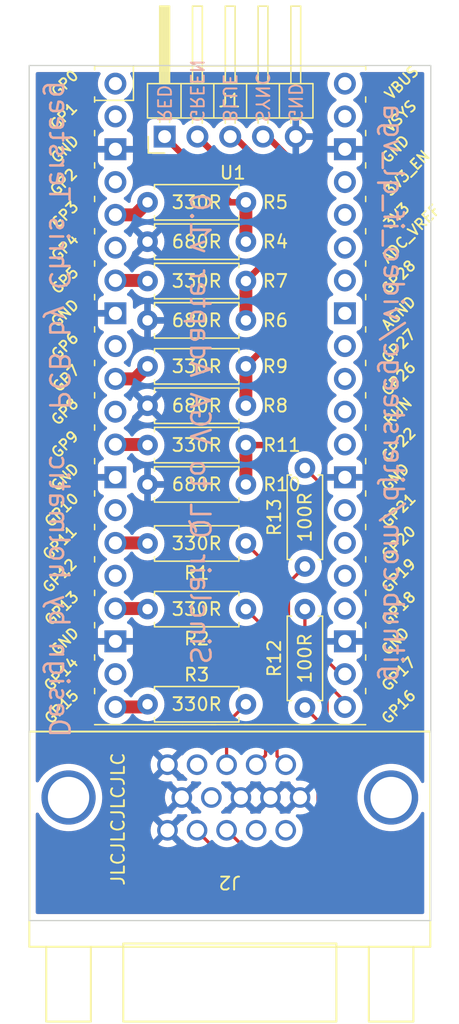
<source format=kicad_pcb>
(kicad_pcb (version 20211014) (generator pcbnew)
  (title_block (date "2023-02-12") (rev "v1.0"))
  (layers (0 "F.Cu" signal) (31 "B.Cu" signal) (34 "B.Paste" user) (35 "F.Paste" user) (36 "B.SilkS" user "B.Silkscreen") (37 "F.SilkS" user "F.Silkscreen") (38 "B.Mask" user) (39 "F.Mask" user) (44 "Edge.Cuts" user))
  (net 0 "")
  (net 1 "Net-(J1-Pad1)")
  (net 2 "Net-(J1-Pad2)")
  (net 3 "Net-(J1-Pad3)")
  (net 4 "Net-(J1-Pad4)")
  (net 5 "GND")
  (net 6 "Net-(J2-Pad1)")
  (net 7 "Net-(J2-Pad2)")
  (net 8 "Net-(J2-Pad3)")
  (net 13 "Net-(J2-Pad13)")
  (net 14 "Net-(J2-Pad14)")
  (net 15 "/RED")
  (net 16 "/BLUE")
  (net 17 "/GREEN")
  (net 18 "/QLRED")
  (net 19 "/QLGREEN")
  (net 20 "/QLBLUE")
  (net 21 "/HSYNC")
  (net 22 "/VSYNC")
  (net 29 "/QLSYNC")
  (footprint "Resistor_THT:R_Axial_DIN0207_L6.3mm_D2.5mm_P7.62mm_Horizontal" (layer "F.Cu") (at 143.51 81.788 180)
    (fp_text reference "R9" (at -2.286 0 180) (layer "F.SilkS"))
    (fp_text value "330R" (at 3.81 0 180) (layer "F.SilkS"))
    (fp_line (start 0.54 1.37) (end 7.08 1.37) (layer "F.SilkS") (width 0.12))
    (fp_line (start 7.08 1.37) (end 7.08 1.04) (layer "F.SilkS") (width 0.12))
    (fp_line (start 7.08 -1.37) (end 7.08 -1.04) (layer "F.SilkS") (width 0.12))
    (fp_line (start 0.54 1.04) (end 0.54 1.37) (layer "F.SilkS") (width 0.12))
    (fp_line (start 0.54 -1.37) (end 7.08 -1.37) (layer "F.SilkS") (width 0.12))
    (fp_line (start 0.54 -1.04) (end 0.54 -1.37) (layer "F.SilkS") (width 0.12))
    (pad "1" thru_hole circle (at 0 0 180) (size 1.6 1.6) (drill 0.8) (layers *.Cu *.Mask) (net 3 "Net-(J1-Pad3)"))
    (pad "2" thru_hole oval (at 7.62 0 180) (size 1.6 1.6) (drill 0.8) (layers *.Cu *.Mask) (net 20 "/QLBLUE"))
  )
  (footprint "Resistor_THT:R_Axial_DIN0207_L6.3mm_D2.5mm_P7.62mm_Horizontal" (layer "F.Cu") (at 148.082 108.204 90)
    (fp_text reference "R12" (at 3.81 -2.37 90) (layer "F.SilkS"))
    (fp_text value "100R" (at 3.81 0 90) (layer "F.SilkS"))
    (fp_line (start 7.08 -1.37) (end 7.08 -1.04) (layer "F.SilkS") (width 0.12))
    (fp_line (start 0.54 -1.37) (end 7.08 -1.37) (layer "F.SilkS") (width 0.12))
    (fp_line (start 0.54 1.04) (end 0.54 1.37) (layer "F.SilkS") (width 0.12))
    (fp_line (start 0.54 1.37) (end 7.08 1.37) (layer "F.SilkS") (width 0.12))
    (fp_line (start 0.54 -1.04) (end 0.54 -1.37) (layer "F.SilkS") (width 0.12))
    (fp_line (start 7.08 1.37) (end 7.08 1.04) (layer "F.SilkS") (width 0.12))
    (pad "1" thru_hole circle (at 0 0 90) (size 1.6 1.6) (drill 0.8) (layers *.Cu *.Mask) (net 13 "Net-(J2-Pad13)"))
    (pad "2" thru_hole oval (at 7.62 0 90) (size 1.6 1.6) (drill 0.8) (layers *.Cu *.Mask) (net 21 "/HSYNC"))
  )
  (footprint "Resistor_THT:R_Axial_DIN0207_L6.3mm_D2.5mm_P7.62mm_Horizontal" (layer "F.Cu") (at 143.51 78.232 180)
    (fp_text reference "R6" (at -2.286 0) (layer "F.SilkS"))
    (fp_text value "680R" (at 3.81 0) (layer "F.SilkS"))
    (fp_line (start 0.54 -1.04) (end 0.54 -1.37) (layer "F.SilkS") (width 0.12))
    (fp_line (start 0.54 1.04) (end 0.54 1.37) (layer "F.SilkS") (width 0.12))
    (fp_line (start 0.54 1.37) (end 7.08 1.37) (layer "F.SilkS") (width 0.12))
    (fp_line (start 0.54 -1.37) (end 7.08 -1.37) (layer "F.SilkS") (width 0.12))
    (fp_line (start 7.08 1.37) (end 7.08 1.04) (layer "F.SilkS") (width 0.12))
    (fp_line (start 7.08 -1.37) (end 7.08 -1.04) (layer "F.SilkS") (width 0.12))
    (pad "1" thru_hole circle (at 0 0 180) (size 1.6 1.6) (drill 0.8) (layers *.Cu *.Mask) (net 2 "Net-(J1-Pad2)"))
    (pad "2" thru_hole oval (at 7.62 0 180) (size 1.6 1.6) (drill 0.8) (layers *.Cu *.Mask) (net 5 "GND"))
  )
  (footprint "Resistor_THT:R_Axial_DIN0207_L6.3mm_D2.5mm_P7.62mm_Horizontal" (layer "F.Cu") (at 135.89 87.884)
    (fp_text reference "R11" (at 10.414 0) (layer "F.SilkS"))
    (fp_text value "330R" (at 3.81 0) (layer "F.SilkS"))
    (fp_line (start 0.54 -1.04) (end 0.54 -1.37) (layer "F.SilkS") (width 0.12))
    (fp_line (start 0.54 1.37) (end 7.08 1.37) (layer "F.SilkS") (width 0.12))
    (fp_line (start 0.54 -1.37) (end 7.08 -1.37) (layer "F.SilkS") (width 0.12))
    (fp_line (start 0.54 1.04) (end 0.54 1.37) (layer "F.SilkS") (width 0.12))
    (fp_line (start 7.08 1.37) (end 7.08 1.04) (layer "F.SilkS") (width 0.12))
    (fp_line (start 7.08 -1.37) (end 7.08 -1.04) (layer "F.SilkS") (width 0.12))
    (pad "1" thru_hole circle (at 0 0) (size 1.6 1.6) (drill 0.8) (layers *.Cu *.Mask) (net 29 "/QLSYNC"))
    (pad "2" thru_hole oval (at 7.62 0) (size 1.6 1.6) (drill 0.8) (layers *.Cu *.Mask) (net 4 "Net-(J1-Pad4)"))
  )
  (footprint "Resistor_THT:R_Axial_DIN0207_L6.3mm_D2.5mm_P7.62mm_Horizontal" (layer "F.Cu") (at 143.51 90.932 180)
    (fp_text reference "R10" (at -2.794 0) (layer "F.SilkS"))
    (fp_text value "680R" (at 3.81 0) (layer "F.SilkS"))
    (fp_line (start 0.54 -1.04) (end 0.54 -1.37) (layer "F.SilkS") (width 0.12))
    (fp_line (start 0.54 1.37) (end 7.08 1.37) (layer "F.SilkS") (width 0.12))
    (fp_line (start 7.08 1.37) (end 7.08 1.04) (layer "F.SilkS") (width 0.12))
    (fp_line (start 0.54 -1.37) (end 7.08 -1.37) (layer "F.SilkS") (width 0.12))
    (fp_line (start 7.08 -1.37) (end 7.08 -1.04) (layer "F.SilkS") (width 0.12))
    (fp_line (start 0.54 1.04) (end 0.54 1.37) (layer "F.SilkS") (width 0.12))
    (pad "1" thru_hole circle (at 0 0 180) (size 1.6 1.6) (drill 0.8) (layers *.Cu *.Mask) (net 4 "Net-(J1-Pad4)"))
    (pad "2" thru_hole oval (at 7.62 0 180) (size 1.6 1.6) (drill 0.8) (layers *.Cu *.Mask) (net 5 "GND"))
  )
  (footprint "Resistor_THT:R_Axial_DIN0207_L6.3mm_D2.5mm_P7.62mm_Horizontal" (layer "F.Cu") (at 148.082 97.282 90)
    (fp_text reference "R13" (at 3.81 -2.37 90) (layer "F.SilkS"))
    (fp_text value "100R" (at 3.81 0 90) (layer "F.SilkS"))
    (fp_line (start 0.54 1.37) (end 7.08 1.37) (layer "F.SilkS") (width 0.12))
    (fp_line (start 7.08 1.37) (end 7.08 1.04) (layer "F.SilkS") (width 0.12))
    (fp_line (start 0.54 1.04) (end 0.54 1.37) (layer "F.SilkS") (width 0.12))
    (fp_line (start 7.08 -1.37) (end 7.08 -1.04) (layer "F.SilkS") (width 0.12))
    (fp_line (start 0.54 -1.04) (end 0.54 -1.37) (layer "F.SilkS") (width 0.12))
    (fp_line (start 0.54 -1.37) (end 7.08 -1.37) (layer "F.SilkS") (width 0.12))
    (pad "1" thru_hole circle (at 0 0 90) (size 1.6 1.6) (drill 0.8) (layers *.Cu *.Mask) (net 14 "Net-(J2-Pad14)"))
    (pad "2" thru_hole oval (at 7.62 0 90) (size 1.6 1.6) (drill 0.8) (layers *.Cu *.Mask) (net 22 "/VSYNC"))
  )
  (footprint "Resistor_THT:R_Axial_DIN0207_L6.3mm_D2.5mm_P7.62mm_Horizontal" (layer "F.Cu") (at 135.89 95.504)
    (fp_text reference "R1" (at 3.81 2.286) (layer "F.SilkS"))
    (fp_text value "330R" (at 3.81 0) (layer "F.SilkS"))
    (fp_line (start 0.54 -1.04) (end 0.54 -1.37) (layer "F.SilkS") (width 0.12))
    (fp_line (start 0.54 -1.37) (end 7.08 -1.37) (layer "F.SilkS") (width 0.12))
    (fp_line (start 0.54 1.37) (end 7.08 1.37) (layer "F.SilkS") (width 0.12))
    (fp_line (start 7.08 -1.37) (end 7.08 -1.04) (layer "F.SilkS") (width 0.12))
    (fp_line (start 0.54 1.04) (end 0.54 1.37) (layer "F.SilkS") (width 0.12))
    (fp_line (start 7.08 1.37) (end 7.08 1.04) (layer "F.SilkS") (width 0.12))
    (pad "1" thru_hole circle (at 0 0) (size 1.6 1.6) (drill 0.8) (layers *.Cu *.Mask) (net 15 "/RED"))
    (pad "2" thru_hole oval (at 7.62 0) (size 1.6 1.6) (drill 0.8) (layers *.Cu *.Mask) (net 6 "Net-(J2-Pad1)"))
  )
  (footprint "Resistor_THT:R_Axial_DIN0207_L6.3mm_D2.5mm_P7.62mm_Horizontal" (layer "F.Cu") (at 135.89 107.95)
    (fp_text reference "R3" (at 3.81 -2.286) (layer "F.SilkS"))
    (fp_text value "330R" (at 3.81 0) (layer "F.SilkS"))
    (fp_line (start 7.08 1.37) (end 7.08 1.04) (layer "F.SilkS") (width 0.12))
    (fp_line (start 0.54 -1.37) (end 7.08 -1.37) (layer "F.SilkS") (width 0.12))
    (fp_line (start 0.54 1.04) (end 0.54 1.37) (layer "F.SilkS") (width 0.12))
    (fp_line (start 0.54 1.37) (end 7.08 1.37) (layer "F.SilkS") (width 0.12))
    (fp_line (start 7.08 -1.37) (end 7.08 -1.04) (layer "F.SilkS") (width 0.12))
    (fp_line (start 0.54 -1.04) (end 0.54 -1.37) (layer "F.SilkS") (width 0.12))
    (pad "1" thru_hole circle (at 0 0) (size 1.6 1.6) (drill 0.8) (layers *.Cu *.Mask) (net 16 "/BLUE"))
    (pad "2" thru_hole oval (at 7.62 0) (size 1.6 1.6) (drill 0.8) (layers *.Cu *.Mask) (net 8 "Net-(J2-Pad3)"))
  )
  (footprint "Resistor_THT:R_Axial_DIN0207_L6.3mm_D2.5mm_P7.62mm_Horizontal" (layer "F.Cu") (at 135.89 100.584)
    (fp_text reference "R2" (at 3.81 2.286) (layer "F.SilkS"))
    (fp_text value "330R" (at 3.81 0) (layer "F.SilkS"))
    (fp_line (start 0.54 1.04) (end 0.54 1.37) (layer "F.SilkS") (width 0.12))
    (fp_line (start 7.08 1.37) (end 7.08 1.04) (layer "F.SilkS") (width 0.12))
    (fp_line (start 0.54 -1.04) (end 0.54 -1.37) (layer "F.SilkS") (width 0.12))
    (fp_line (start 7.08 -1.37) (end 7.08 -1.04) (layer "F.SilkS") (width 0.12))
    (fp_line (start 0.54 1.37) (end 7.08 1.37) (layer "F.SilkS") (width 0.12))
    (fp_line (start 0.54 -1.37) (end 7.08 -1.37) (layer "F.SilkS") (width 0.12))
    (pad "1" thru_hole circle (at 0 0) (size 1.6 1.6) (drill 0.8) (layers *.Cu *.Mask) (net 17 "/GREEN"))
    (pad "2" thru_hole oval (at 7.62 0) (size 1.6 1.6) (drill 0.8) (layers *.Cu *.Mask) (net 7 "Net-(J2-Pad2)"))
  )
  (footprint "Resistor_THT:R_Axial_DIN0207_L6.3mm_D2.5mm_P7.62mm_Horizontal" (layer "F.Cu") (at 135.89 72.136)
    (fp_text reference "R4" (at 9.906 0) (layer "F.SilkS"))
    (fp_text value "680R" (at 3.81 0) (layer "F.SilkS"))
    (fp_line (start 0.54 1.37) (end 7.08 1.37) (layer "F.SilkS") (width 0.12))
    (fp_line (start 7.08 -1.37) (end 7.08 -1.04) (layer "F.SilkS") (width 0.12))
    (fp_line (start 0.54 1.04) (end 0.54 1.37) (layer "F.SilkS") (width 0.12))
    (fp_line (start 7.08 1.37) (end 7.08 1.04) (layer "F.SilkS") (width 0.12))
    (fp_line (start 0.54 -1.04) (end 0.54 -1.37) (layer "F.SilkS") (width 0.12))
    (fp_line (start 0.54 -1.37) (end 7.08 -1.37) (layer "F.SilkS") (width 0.12))
    (pad "1" thru_hole circle (at 0 0) (size 1.6 1.6) (drill 0.8) (layers *.Cu *.Mask) (net 5 "GND"))
    (pad "2" thru_hole oval (at 7.62 0) (size 1.6 1.6) (drill 0.8) (layers *.Cu *.Mask) (net 1 "Net-(J1-Pad1)"))
  )
  (footprint "HD15 L77HDE15SD1CH4FVGA:CONN_L77HDE15SD1CH4FVGA_AMP" (layer "F.Cu") (at 142.2654 126.6 180)
    (fp_text reference "J2" (at 0 4.85 180 unlocked) (layer "F.SilkS"))
    (fp_text value "DB15_Female_HighDensity")
    (fp_line (start -15.5321 16.5354) (end 15.5321 16.5354) (layer "F.SilkS") (width 0.1524))
    (fp_line (start 15.5321 16.5354) (end 15.5321 -0.127) (layer "F.SilkS") (width 0.1524))
    (fp_line (start -8.255 0.127) (end 8.255 0.127) (layer "F.SilkS") (width 0.1524))
    (fp_line (start 10.7678 -5.9182) (end 14.2222 -5.9182) (layer "F.SilkS") (width 0.1524))
    (fp_line (start 10.7678 -0.127) (end 10.7678 -5.9182) (layer "F.SilkS") (width 0.1524))
    (fp_line (start -8.255 -5.9182) (end -8.255 0.127) (layer "F.SilkS") (width 0.1524))
    (fp_line (start -14.2222 -0.127) (end -14.2222 -5.9182) (layer "F.SilkS") (width 0.1524))
    (fp_line (start 15.5321 -0.127) (end -15.5321 -0.127) (layer "F.SilkS") (width 0.1524))
    (fp_line (start -10.7678 -5.9182) (end -10.7678 -0.127) (layer "F.SilkS") (width 0.1524))
    (fp_line (start 14.2222 -5.9182) (end 14.2222 -0.127) (layer "F.SilkS") (width 0.1524))
    (fp_line (start 8.255 0.127) (end 8.255 -5.9182) (layer "F.SilkS") (width 0.1524))
    (fp_line (start -14.2222 -5.9182) (end -10.7678 -5.9182) (layer "F.SilkS") (width 0.1524))
    (fp_line (start -15.5321 -0.127) (end -15.5321 16.5354) (layer "F.SilkS") (width 0.1524))
    (fp_line (start 8.255 -5.9182) (end -8.255 -5.9182) (layer "F.SilkS") (width 0.1524))
    (pad "0" thru_hole circle (at 12.495 11.43 180) (size 4.2004 4.2004) (drill 3.2004) (layers *.Cu *.Mask))
    (pad "0" thru_hole circle (at -12.495 11.43 180) (size 4.2004 4.2004) (drill 3.2004) (layers *.Cu *.Mask))
    (pad "1" thru_hole circle (at -4.329999 13.97 180) (size 1.6002 1.6002) (drill 1.0922) (layers *.Cu *.Mask) (net 6 "Net-(J2-Pad1)"))
    (pad "2" thru_hole circle (at -2.040001 13.97 180) (size 1.6002 1.6002) (drill 1.0922) (layers *.Cu *.Mask) (net 7 "Net-(J2-Pad2)"))
    (pad "3" thru_hole circle (at 0.25 13.97 180) (size 1.6002 1.6002) (drill 1.0922) (layers *.Cu *.Mask) (net 8 "Net-(J2-Pad3)"))
    (pad "4" thru_hole circle (at 2.54 13.97 180) (size 1.6002 1.6002) (drill 1.0922) (layers *.Cu *.Mask))
    (pad "5" thru_hole circle (at 4.83 13.97 180) (size 1.6002 1.6002) (drill 1.0922) (layers *.Cu *.Mask) (net 5 "GND"))
    (pad "6" thru_hole circle (at -5.439499 11.43 180) (size 1.6002 1.6002) (drill 1.0922) (layers *.Cu *.Mask) (net 5 "GND"))
    (pad "7" thru_hole circle (at -3.149501 11.43 180) (size 1.6002 1.6002) (drill 1.0922) (layers *.Cu *.Mask) (net 5 "GND"))
    (pad "8" thru_hole circle (at -0.8595 11.43 180) (size 1.6002 1.6002) (drill 1.0922) (layers *.Cu *.Mask) (net 5 "GND"))
    (pad "9" thru_hole circle (at 1.4305 11.43 180) (size 1.6002 1.6002) (drill 1.0922) (layers *.Cu *.Mask))
    (pad "10" thru_hole circle (at 3.720501 11.43 180) (size 1.6002 1.6002) (drill 1.0922) (layers *.Cu *.Mask) (net 5 "GND"))
    (pad "11" thru_hole circle (at -4.329999 8.89 180) (size 1.6002 1.6002) (drill 1.0922) (layers *.Cu *.Mask))
    (pad "12" thru_hole circle (at -2.040001 8.89 180) (size 1.6002 1.6002) (drill 1.0922) (layers *.Cu *.Mask))
    (pad "13" thru_hole circle (at 0.25 8.89 180) (size 1.6002 1.6002) (drill 1.0922) (layers *.Cu *.Mask) (net 13 "Net-(J2-Pad13)"))
    (pad "14" thru_hole circle (at 2.54 8.89 180) (size 1.6002 1.6002) (drill 1.0922) (layers *.Cu *.Mask) (net 14 "Net-(J2-Pad14)"))
    (pad "15" thru_hole circle (at 4.83 8.89 180) (size 1.6002 1.6002) (drill 1.0922) (layers *.Cu *.Mask) (net 5 "GND"))
  )
  (footprint "Connector_PinHeader_2.54mm:PinHeader_1x05_P2.54mm_Horizontal" (layer "F.Cu") (at 137.215 64 90)
    (fp_text reference "J1" (at 2.786 5.025 180) (layer "F.SilkS"))
    (fp_text value "Conn_01x05")
    (fp_line (start 4.1 4.7) (end 10.1 4.7) (layer "F.SilkS") (width 0.12))
    (fp_line (start 10.1 7.24) (end 10.1 8) (layer "F.SilkS") (width 0.12))
    (fp_line (start 4.1 0.04) (end 10.1 0.04) (layer "F.SilkS") (width 0.12))
    (fp_line (start 1.44 3.81) (end 4.1 3.81) (layer "F.SilkS") (width 0.12))
    (fp_line (start 10.1 9.78) (end 10.1 10.54) (layer "F.SilkS") (width 0.12))
    (fp_line (start 4.1 -0.2) (end 10.1 -0.2) (layer "F.SilkS") (width 0.12))
    (fp_line (start 10.1 -0.38) (end 10.1 0.38) (layer "F.SilkS") (width 0.12))
    (fp_line (start 1.042929 4.7) (end 1.44 4.7) (layer "F.SilkS") (width 0.12))
    (fp_line (start 10.1 8) (end 4.1 8) (layer "F.SilkS") (width 0.12))
    (fp_line (start 10.1 2.92) (end 4.1 2.92) (layer "F.SilkS") (width 0.12))
    (fp_line (start 1.042929 5.46) (end 1.44 5.46) (layer "F.SilkS") (width 0.12))
    (fp_line (start 1.042929 10.54) (end 1.44 10.54) (layer "F.SilkS") (width 0.12))
    (fp_line (start 1.11 0.38) (end 1.44 0.38) (layer "F.SilkS") (width 0.12))
    (fp_line (start 1.44 6.35) (end 4.1 6.35) (layer "F.SilkS") (width 0.12))
    (fp_line (start -1.27 0) (end -1.27 -1.27) (layer "F.SilkS") (width 0.12))
    (fp_line (start 4.1 -0.08) (end 10.1 -0.08) (layer "F.SilkS") (width 0.12))
    (fp_line (start 4.1 -0.32) (end 10.1 -0.32) (layer "F.SilkS") (width 0.12))
    (fp_line (start 1.44 1.27) (end 4.1 1.27) (layer "F.SilkS") (width 0.12))
    (fp_line (start 1.042929 2.92) (end 1.44 2.92) (layer "F.SilkS") (width 0.12))
    (fp_line (start 1.44 -1.33) (end 1.44 11.49) (layer "F.SilkS") (width 0.12))
    (fp_line (start 4.1 2.16) (end 10.1 2.16) (layer "F.SilkS") (width 0.12))
    (fp_line (start 1.042929 7.24) (end 1.44 7.24) (layer "F.SilkS") (width 0.12))
    (fp_line (start 4.1 -0.38) (end 10.1 -0.38) (layer "F.SilkS") (width 0.12))
    (fp_line (start 10.1 2.16) (end 10.1 2.92) (layer "F.SilkS") (width 0.12))
    (fp_line (start 4.1 0.28) (end 10.1 0.28) (layer "F.SilkS") (width 0.12))
    (fp_line (start 1.042929 9.78) (end 1.44 9.78) (layer "F.SilkS") (width 0.12))
    (fp_line (start 4.1 0.16) (end 10.1 0.16) (layer "F.SilkS") (width 0.12))
    (fp_line (start 10.1 10.54) (end 4.1 10.54) (layer "F.SilkS") (width 0.12))
    (fp_line (start -1.27 -1.27) (end 0 -1.27) (layer "F.SilkS") (width 0.12))
    (fp_line (start 4.1 11.49) (end 4.1 -1.33) (layer "F.SilkS") (width 0.12))
    (fp_line (start 1.042929 8) (end 1.44 8) (layer "F.SilkS") (width 0.12))
    (fp_line (start 1.44 11.49) (end 4.1 11.49) (layer "F.SilkS") (width 0.12))
    (fp_line (start 10.1 5.46) (end 4.1 5.46) (layer "F.SilkS") (width 0.12))
    (fp_line (start 1.44 8.89) (end 4.1 8.89) (layer "F.SilkS") (width 0.12))
    (fp_line (start 4.1 9.78) (end 10.1 9.78) (layer "F.SilkS") (width 0.12))
    (fp_line (start 1.11 -0.38) (end 1.44 -0.38) (layer "F.SilkS") (width 0.12))
    (fp_line (start 4.1 7.24) (end 10.1 7.24) (layer "F.SilkS") (width 0.12))
    (fp_line (start 1.042929 2.16) (end 1.44 2.16) (layer "F.SilkS") (width 0.12))
    (fp_line (start 10.1 0.38) (end 4.1 0.38) (layer "F.SilkS") (width 0.12))
    (fp_line (start 10.1 4.7) (end 10.1 5.46) (layer "F.SilkS") (width 0.12))
    (fp_line (start 4.1 -1.33) (end 1.44 -1.33) (layer "F.SilkS") (width 0.12))
    (pad "1" thru_hole rect (at 0 0 90) (size 1.7 1.7) (drill 1) (layers *.Cu *.Mask) (net 1 "Net-(J1-Pad1)"))
    (pad "2" thru_hole oval (at 0 2.54 90) (size 1.7 1.7) (drill 1) (layers *.Cu *.Mask) (net 2 "Net-(J1-Pad2)"))
    (pad "3" thru_hole oval (at 0 5.08 90) (size 1.7 1.7) (drill 1) (layers *.Cu *.Mask) (net 3 "Net-(J1-Pad3)"))
    (pad "4" thru_hole oval (at 0 7.62 90) (size 1.7 1.7) (drill 1) (layers *.Cu *.Mask) (net 4 "Net-(J1-Pad4)"))
    (pad "5" thru_hole oval (at 0 10.16 90) (size 1.7 1.7) (drill 1) (layers *.Cu *.Mask) (net 5 "GND"))
  )
  (footprint "Resistor_THT:R_Axial_DIN0207_L6.3mm_D2.5mm_P7.62mm_Horizontal" (layer "F.Cu") (at 143.51 69.088 180)
    (fp_text reference "R5" (at -2.286 0 180) (layer "F.SilkS"))
    (fp_text value "330R" (at 3.81 0 180) (layer "F.SilkS"))
    (fp_line (start 0.54 -1.37) (end 7.08 -1.37) (layer "F.SilkS") (width 0.12))
    (fp_line (start 0.54 -1.04) (end 0.54 -1.37) (layer "F.SilkS") (width 0.12))
    (fp_line (start 7.08 -1.37) (end 7.08 -1.04) (layer "F.SilkS") (width 0.12))
    (fp_line (start 0.54 1.04) (end 0.54 1.37) (layer "F.SilkS") (width 0.12))
    (fp_line (start 7.08 1.37) (end 7.08 1.04) (layer "F.SilkS") (width 0.12))
    (fp_line (start 0.54 1.37) (end 7.08 1.37) (layer "F.SilkS") (width 0.12))
    (pad "1" thru_hole circle (at 0 0 180) (size 1.6 1.6) (drill 0.8) (layers *.Cu *.Mask) (net 1 "Net-(J1-Pad1)"))
    (pad "2" thru_hole oval (at 7.62 0 180) (size 1.6 1.6) (drill 0.8) (layers *.Cu *.Mask) (net 18 "/QLRED"))
  )
  (footprint "MCU_RaspberryPi_and_Boards:RPi_Pico_SMD_TH" (layer "F.Cu") (at 142.29 84.03)
    (fp_text reference "U1" (at 0.204 -17.228) (layer "F.SilkS"))
    (fp_text value "SC0915")
    (fp_text user "GND" (at 12.8 19.05 45) (layer "F.SilkS") (effects (font (size 0.8 0.8))))
    (fp_text user "GP18" (at 13.054 16.51 45) (layer "F.SilkS") (effects (font (size 0.8 0.8))))
    (fp_text user "GND" (at 12.8 -19.05 45) (layer "F.SilkS") (effects (font (size 0.8 0.8))))
    (fp_text user "GP9" (at -12.8 3.81 45) (layer "F.SilkS") (effects (font (size 0.8 0.8))))
    (fp_text user "GP0" (at -12.8 -24.13 45) (layer "F.SilkS") (effects (font (size 0.8 0.8))))
    (fp_text user "GND" (at 12.8 6.35 45) (layer "F.SilkS") (effects (font (size 0.8 0.8))))
    (fp_text user "GP16" (at 13.054 24.13 45) (layer "F.SilkS") (effects (font (size 0.8 0.8))))
    (fp_text user "3V3" (at 12.9 -13.9 45) (layer "F.SilkS") (effects (font (size 0.8 0.8))))
    (fp_text user "GP26" (at 13.054 -1.27 45) (layer "F.SilkS") (effects (font (size 0.8 0.8))))
    (fp_text user "GP6" (at -12.8 -3.81 45) (layer "F.SilkS") (effects (font (size 0.8 0.8))))
    (fp_text user "GND" (at -12.8 -6.35 45) (layer "F.SilkS") (effects (font (size 0.8 0.8))))
    (fp_text user "GP1" (at -12.9 -21.6 45) (layer "F.SilkS") (effects (font (size 0.8 0.8))))
    (fp_text user "GP17" (at 13.054 21.59 45) (layer "F.SilkS") (effects (font (size 0.8 0.8))))
    (fp_text user "VBUS" (at 13.3 -24.2 45) (layer "F.SilkS") (effects (font (size 0.8 0.8))))
    (fp_text user "GP12" (at -13.2 13.97 45) (layer "F.SilkS") (effects (font (size 0.8 0.8))))
    (fp_text user "GP19" (at 13.054 13.97 45) (layer "F.SilkS") (effects (font (size 0.8 0.8))))
    (fp_text user "GP4" (at -12.8 -11.43 45) (layer "F.SilkS") (effects (font (size 0.8 0.8))))
    (fp_text user "GP21" (at 13.054 8.9 45) (layer "F.SilkS") (effects (font (size 0.8 0.8))))
    (fp_text user "RUN" (at 13 1.27 45) (layer "F.SilkS") (effects (font (size 0.8 0.8))))
    (fp_text user "3V3_EN" (at 13.7 -17.2 45) (layer "F.SilkS") (effects (font (size 0.8 0.8))))
    (fp_text user "GP15" (at -13.054 24.13 45) (layer "F.SilkS") (effects (font (size 0.8 0.8))))
    (fp_text user "GP2" (at -12.9 -16.51 45) (layer "F.SilkS") (effects (font (size 0.8 0.8))))
    (fp_text user "GP10" (at -13.054 8.89 45) (layer "F.SilkS") (effects (font (size 0.8 0.8))))
    (fp_text user "GP27" (at 13.054 -3.8 45) (layer "F.SilkS") (effects (font (size 0.8 0.8))))
    (fp_text user "GP13" (at -13.054 16.51 45) (layer "F.SilkS") (effects (font (size 0.8 0.8))))
    (fp_text user "GP3" (at -12.8 -13.97 45) (layer "F.SilkS") (effects (font (size 0.8 0.8))))
    (fp_text user "GND" (at -12.8 19.05 45) (layer "F.SilkS") (effects (font (size 0.8 0.8))))
    (fp_text user "GP22" (at 13.054 3.81 45) (layer "F.SilkS") (effects (font (size 0.8 0.8))))
    (fp_text user "GND" (at -12.8 -19.05 45) (layer "F.SilkS") (effects (font (size 0.8 0.8))))
    (fp_text user "GP28" (at 13.054 -9.144 45) (layer "F.SilkS") (effects (font (size 0.8 0.8))))
    (fp_text user "GP7" (at -12.7 -1.3 45) (layer "F.SilkS") (effects (font (size 0.8 0.8))))
    (fp_text user "VSYS" (at 13.2 -21.59 45) (layer "F.SilkS") (effects (font (size 0.8 0.8))))
    (fp_text user "GND" (at -12.8 6.35 45) (layer "F.SilkS") (effects (font (size 0.8 0.8))))
    (fp_text user "GP8" (at -12.8 1.27 45) (layer "F.SilkS") (effects (font (size 0.8 0.8))))
    (fp_text user "GP11" (at -13.2 11.43 45) (layer "F.SilkS") (effects (font (size 0.8 0.8))))
    (fp_text user "GP5" (at -12.8 -8.89 45) (layer "F.SilkS") (effects (font (size 0.8 0.8))))
    (fp_text user "AGND" (at 13.054 -6.35 45) (layer "F.SilkS") (effects (font (size 0.8 0.8))))
    (fp_text user "GP20" (at 13.054 11.43 45) (layer "F.SilkS") (effects (font (size 0.8 0.8))))
    (fp_text user "GP14" (at -13.1 21.59 45) (layer "F.SilkS") (effects (font (size 0.8 0.8))))
    (fp_text user "ADC_VREF" (at 14 -12.5 45) (layer "F.SilkS") (effects (font (size 0.8 0.8))))
    (fp_line (start 10.5 7.4) (end 10.5 7.8) (layer "F.SilkS") (width 0.12))
    (fp_line (start -10.5 -2.7) (end -10.5 -2.3) (layer "F.SilkS") (width 0.12))
    (fp_line (start 10.5 -25.5) (end 10.5 -25.2) (layer "F.SilkS") (width 0.12))
    (fp_line (start 10.5 -2.7) (end 10.5 -2.3) (layer "F.SilkS") (width 0.12))
    (fp_line (start 10.5 -7.8) (end 10.5 -7.4) (layer "F.SilkS") (width 0.12))
    (fp_line (start -10.5 -25.5) (end -10.5 -25.2) (layer "F.SilkS") (width 0.12))
    (fp_line (start 10.5 -12.9) (end 10.5 -12.5) (layer "F.SilkS") (width 0.12))
    (fp_line (start -10.5 -22.833) (end -7.493 -22.833) (layer "F.SilkS") (width 0.12))
    (fp_line (start -10.5 -5.3) (end -10.5 -4.9) (layer "F.SilkS") (width 0.12))
    (fp_line (start 10.5 15.1) (end 10.5 15.5) (layer "F.SilkS") (width 0.12))
    (fp_line (start 10.5 -20.5) (end 10.5 -20.1) (layer "F.SilkS") (width 0.12))
    (fp_line (start -10.5 -0.2) (end -10.5 0.2) (layer "F.SilkS") (width 0.12))
    (fp_line (start 1.1 25.5) (end 1.5 25.5) (layer "F.SilkS") (width 0.12))
    (fp_line (start -10.5 -23.1) (end -10.5 -22.7) (layer "F.SilkS") (width 0.12))
    (fp_line (start -10.5 2.3) (end -10.5 2.7) (layer "F.SilkS") (width 0.12))
    (fp_line (start -10.5 -12.9) (end -10.5 -12.5) (layer "F.SilkS") (width 0.12))
    (fp_line (start 10.5 22.7) (end 10.5 23.1) (layer "F.SilkS") (width 0.12))
    (fp_line (start 10.5 -23.1) (end 10.5 -22.7) (layer "F.SilkS") (width 0.12))
    (fp_line (start -10.5 7.4) (end -10.5 7.8) (layer "F.SilkS") (width 0.12))
    (fp_line (start -1.5 25.5) (end -1.1 25.5) (layer "F.SilkS") (width 0.12))
    (fp_line (start 10.5 -15.4) (end 10.5 -15) (layer "F.SilkS") (width 0.12))
    (fp_line (start -10.5 -25.5) (end 10.5 -25.5) (layer "F.SilkS") (width 0.12))
    (fp_line (start -10.5 15.1) (end -10.5 15.5) (layer "F.SilkS") (width 0.12))
    (fp_line (start -10.5 17.6) (end -10.5 18) (layer "F.SilkS") (width 0.12))
    (fp_line (start 10.5 12.5) (end 10.5 12.9) (layer "F.SilkS") (width 0.12))
    (fp_line (start -10.5 -15.4) (end -10.5 -15) (layer "F.SilkS") (width 0.12))
    (fp_line (start 10.5 -10.4) (end 10.5 -10) (layer "F.SilkS") (width 0.12))
    (fp_line (start 10.5 4.9) (end 10.5 5.3) (layer "F.SilkS") (width 0.12))
    (fp_line (start -3.7 25.5) (end -10.5 25.5) (layer "F.SilkS") (width 0.12))
    (fp_line (start 10.5 -0.2) (end 10.5 0.2) (layer "F.SilkS") (width 0.12))
    (fp_line (start -3.7 25.5) (end 3.7 25.5) (layer "F.SilkS") (width 0.12))
    (fp_line (start -10.5 -7.8) (end -10.5 -7.4) (layer "F.SilkS") (width 0.12))
    (fp_line (start -10.5 -10.4) (end -10.5 -10) (layer "F.SilkS") (width 0.12))
    (fp_line (start 10.5 25.5) (end 3.7 25.5) (layer "F.SilkS") (width 0.12))
    (fp_line (start 10.5 -18) (end 10.5 -17.6) (layer "F.SilkS") (width 0.12))
    (fp_line (start 10.5 -5.3) (end 10.5 -4.9) (layer "F.SilkS") (width 0.12))
    (fp_line (start -10.5 22.7) (end -10.5 23.1) (layer "F.SilkS") (width 0.12))
    (fp_line (start -10.5 -18) (end -10.5 -17.6) (layer "F.SilkS") (width 0.12))
    (fp_line (start 10.5 20.1) (end 10.5 20.5) (layer "F.SilkS") (width 0.12))
    (fp_line (start -10.5 4.9) (end -10.5 5.3) (layer "F.SilkS") (width 0.12))
    (fp_line (start 10.5 17.6) (end 10.5 18) (layer "F.SilkS") (width 0.12))
    (fp_line (start -10.5 -20.5) (end -10.5 -20.1) (layer "F.SilkS") (width 0.12))
    (fp_line (start -7.493 -22.833) (end -7.493 -25.5) (layer "F.SilkS") (width 0.12))
    (fp_line (start -10.5 10) (end -10.5 10.4) (layer "F.SilkS") (width 0.12))
    (fp_line (start -10.5 12.5) (end -10.5 12.9) (layer "F.SilkS") (width 0.12))
    (fp_line (start 10.5 10) (end 10.5 10.4) (layer "F.SilkS") (width 0.12))
    (fp_line (start -10.5 20.1) (end -10.5 20.5) (layer "F.SilkS") (width 0.12))
    (fp_line (start 10.5 2.3) (end 10.5 2.7) (layer "F.SilkS") (width 0.12))
    (pad "1" thru_hole oval (at -8.89 -24.13) (size 1.7 1.7) (drill 1.02) (layers *.Cu *.Mask))
    (pad "2" thru_hole oval (at -8.89 -21.59) (size 1.7 1.7) (drill 1.02) (layers *.Cu *.Mask))
    (pad "3" thru_hole rect (at -8.89 -19.05) (size 1.7 1.7) (drill 1.02) (layers *.Cu *.Mask) (net 5 "GND"))
    (pad "4" thru_hole oval (at -8.89 -16.51) (size 1.7 1.7) (drill 1.02) (layers *.Cu *.Mask))
    (pad "5" thru_hole oval (at -8.89 -13.97) (size 1.7 1.7) (drill 1.02) (layers *.Cu *.Mask) (net 18 "/QLRED"))
    (pad "6" thru_hole oval (at -8.89 -11.43) (size 1.7 1.7) (drill 1.02) (layers *.Cu *.Mask))
    (pad "7" thru_hole oval (at -8.89 -8.89) (size 1.7 1.7) (drill 1.02) (layers *.Cu *.Mask) (net 19 "/QLGREEN"))
    (pad "8" thru_hole rect (at -8.89 -6.35) (size 1.7 1.7) (drill 1.02) (layers *.Cu *.Mask) (net 5 "GND"))
    (pad "9" thru_hole oval (at -8.89 -3.81) (size 1.7 1.7) (drill 1.02) (layers *.Cu *.Mask))
    (pad "10" thru_hole oval (at -8.89 -1.27) (size 1.7 1.7) (drill 1.02) (layers *.Cu *.Mask) (net 20 "/QLBLUE"))
    (pad "11" thru_hole oval (at -8.89 1.27) (size 1.7 1.7) (drill 1.02) (layers *.Cu *.Mask))
    (pad "12" thru_hole oval (at -8.89 3.81) (size 1.7 1.7) (drill 1.02) (layers *.Cu *.Mask) (net 29 "/QLSYNC"))
    (pad "13" thru_hole rect (at -8.89 6.35) (size 1.7 1.7) (drill 1.02) (layers *.Cu *.Mask) (net 5 "GND"))
    (pad "14" thru_hole oval (at -8.89 8.89) (size 1.7 1.7) (drill 1.02) (layers *.Cu *.Mask))
    (pad "15" thru_hole oval (at -8.89 11.43) (size 1.7 1.7) (drill 1.02) (layers *.Cu *.Mask) (net 15 "/RED"))
    (pad "16" thru_hole oval (at -8.89 13.97) (size 1.7 1.7) (drill 1.02) (layers *.Cu *.Mask))
    (pad "17" thru_hole oval (at -8.89 16.51) (size 1.7 1.7) (drill 1.02) (layers *.Cu *.Mask) (net 17 "/GREEN"))
    (pad "18" thru_hole rect (at -8.89 19.05) (size 1.7 1.7) (drill 1.02) (layers *.Cu *.Mask) (net 5 "GND"))
    (pad "19" thru_hole oval (at -8.89 21.59) (size 1.7 1.7) (drill 1.02) (layers *.Cu *.Mask))
    (pad "20" thru_hole oval (at -8.89 24.13) (size 1.7 1.7) (drill 1.02) (layers *.Cu *.Mask) (net 16 "/BLUE"))
    (pad "21" thru_hole oval (at 8.89 24.13) (size 1.7 1.7) (drill 1.02) (layers *.Cu *.Mask) (net 21 "/HSYNC"))
    (pad "22" thru_hole oval (at 8.89 21.59) (size 1.7 1.7) (drill 1.02) (layers *.Cu *.Mask) (net 22 "/VSYNC"))
    (pad "23" thru_hole rect (at 8.89 19.05) (size 1.7 1.7) (drill 1.02) (layers *.Cu *.Mask) (net 5 "GND"))
    (pad "24" thru_hole oval (at 8.89 16.51) (size 1.7 1.7) (drill 1.02) (layers *.Cu *.Mask))
    (pad "25" thru_hole oval (at 8.89 13.97) (size 1.7 1.7) (drill 1.02) (layers *.Cu *.Mask))
    (pad "26" thru_hole oval (at 8.89 11.43) (size 1.7 1.7) (drill 1.02) (layers *.Cu *.Mask))
    (pad "27" thru_hole oval (at 8.89 8.89) (size 1.7 1.7) (drill 1.02) (layers *.Cu *.Mask))
    (pad "28" thru_hole rect (at 8.89 6.35) (size 1.7 1.7) (drill 1.02) (layers *.Cu *.Mask) (net 5 "GND"))
    (pad "29" thru_hole oval (at 8.89 3.81) (size 1.7 1.7) (drill 1.02) (layers *.Cu *.Mask))
    (pad "30" thru_hole oval (at 8.89 1.27) (size 1.7 1.7) (drill 1.02) (layers *.Cu *.Mask))
    (pad "31" thru_hole oval (at 8.89 -1.27) (size 1.7 1.7) (drill 1.02) (layers *.Cu *.Mask))
    (pad "32" thru_hole oval (at 8.89 -3.81) (size 1.7 1.7) (drill 1.02) (layers *.Cu *.Mask))
    (pad "33" thru_hole rect (at 8.89 -6.35) (size 1.7 1.7) (drill 1.02) (layers *.Cu *.Mask))
    (pad "34" thru_hole oval (at 8.89 -8.89) (size 1.7 1.7) (drill 1.02) (layers *.Cu *.Mask))
    (pad "35" thru_hole oval (at 8.89 -11.43) (size 1.7 1.7) (drill 1.02) (layers *.Cu *.Mask))
    (pad "36" thru_hole oval (at 8.89 -13.97) (size 1.7 1.7) (drill 1.02) (layers *.Cu *.Mask))
    (pad "37" thru_hole oval (at 8.89 -16.51) (size 1.7 1.7) (drill 1.02) (layers *.Cu *.Mask))
    (pad "38" thru_hole rect (at 8.89 -19.05) (size 1.7 1.7) (drill 1.02) (layers *.Cu *.Mask) (net 5 "GND"))
    (pad "39" thru_hole oval (at 8.89 -21.59) (size 1.7 1.7) (drill 1.02) (layers *.Cu *.Mask))
    (pad "40" thru_hole oval (at 8.89 -24.13) (size 1.7 1.7) (drill 1.02) (layers *.Cu *.Mask))
  )
  (footprint "Resistor_THT:R_Axial_DIN0207_L6.3mm_D2.5mm_P7.62mm_Horizontal" (layer "F.Cu") (at 135.89 75.184)
    (fp_text reference "R7" (at 9.906 0) (layer "F.SilkS"))
    (fp_text value "330R" (at 3.81 0) (layer "F.SilkS"))
    (fp_line (start 0.54 1.04) (end 0.54 1.37) (layer "F.SilkS") (width 0.12))
    (fp_line (start 0.54 -1.04) (end 0.54 -1.37) (layer "F.SilkS") (width 0.12))
    (fp_line (start 0.54 1.37) (end 7.08 1.37) (layer "F.SilkS") (width 0.12))
    (fp_line (start 0.54 -1.37) (end 7.08 -1.37) (layer "F.SilkS") (width 0.12))
    (fp_line (start 7.08 1.37) (end 7.08 1.04) (layer "F.SilkS") (width 0.12))
    (fp_line (start 7.08 -1.37) (end 7.08 -1.04) (layer "F.SilkS") (width 0.12))
    (pad "1" thru_hole circle (at 0 0) (size 1.6 1.6) (drill 0.8) (layers *.Cu *.Mask) (net 19 "/QLGREEN"))
    (pad "2" thru_hole oval (at 7.62 0) (size 1.6 1.6) (drill 0.8) (layers *.Cu *.Mask) (net 2 "Net-(J1-Pad2)"))
  )
  (footprint "Resistor_THT:R_Axial_DIN0207_L6.3mm_D2.5mm_P7.62mm_Horizontal" (layer "F.Cu") (at 135.89 84.836)
    (fp_text reference "R8" (at 9.906 0) (layer "F.SilkS"))
    (fp_text value "680R" (at 3.81 0) (layer "F.SilkS"))
    (fp_line (start 0.54 -1.37) (end 7.08 -1.37) (layer "F.SilkS") (width 0.12))
    (fp_line (start 0.54 1.37) (end 7.08 1.37) (layer "F.SilkS") (width 0.12))
    (fp_line (start 7.08 -1.37) (end 7.08 -1.04) (layer "F.SilkS") (width 0.12))
    (fp_line (start 0.54 -1.04) (end 0.54 -1.37) (layer "F.SilkS") (width 0.12))
    (fp_line (start 0.54 1.04) (end 0.54 1.37) (layer "F.SilkS") (width 0.12))
    (fp_line (start 7.08 1.37) (end 7.08 1.04) (layer "F.SilkS") (width 0.12))
    (pad "1" thru_hole circle (at 0 0) (size 1.6 1.6) (drill 0.8) (layers *.Cu *.Mask) (net 5 "GND"))
    (pad "2" thru_hole oval (at 7.62 0) (size 1.6 1.6) (drill 0.8) (layers *.Cu *.Mask) (net 3 "Net-(J1-Pad3)"))
  )
  (gr_rect (start 126.7206 124.7) (end 157.8356 58.4962) (layer "Edge.Cuts") (width 0.1) (fill none))
  (gr_text "RED" (at 137.16 62.992 270) (layer "B.SilkS") (effects (font (size 1 1)) (justify left mirror)))
  (gr_text "GND" (at 147.32 62.992 270) (layer "B.SilkS") (effects (font (size 1 1)) (justify left mirror)))
  (gr_text "BLUE" (at 142.24 62.992 270) (layer "B.SilkS") (effects (font (size 1 1)) (justify left mirror)))
  (gr_text "SYNC" (at 144.78 62.992 270) (layer "B.SilkS") (effects (font (size 1 1)) (justify left mirror)))
  (gr_text "Design by holmatic   PCB by Chris Tersteeg" (at 129.032 85.09 270) (layer "B.SilkS") (effects (font (size 1.5 1.5) (thickness 0.2)) (justify mirror)))
  (gr_text "github.com/djtersteegc/video_if_ql_vga" (at 154.94 83.82 270) (layer "B.SilkS") (effects (font (size 1.5 1.5) (thickness 0.2)) (justify mirror)))
  (gr_text "GREEN" (at 139.7 62.992 270) (layer "B.SilkS") (effects (font (size 1 1)) (justify left mirror)))
  (gr_text "Sinclair QL to VGA Adapter v1.0" (at 139.954 86.614 270) (layer "B.SilkS") (effects (font (size 1.5 1.5) (thickness 0.2)) (justify mirror)))
  (gr_text "JLCJLCJLCJLC" (at 133.604 116.84 90) (layer "F.SilkS") (effects (font (size 1 1))))
  (segment (start 143.51 72.136) (end 143.51 69.088) (width 1) (layer "F.Cu") (net 1))
  (segment (start 137.215 64) (end 142.303 69.088) (width 0.5) (layer "F.Cu") (net 1))
  (segment (start 142.303 69.088) (end 143.51 69.088) (width 0.5) (layer "F.Cu") (net 1))
  (segment (start 143.51 78.232) (end 143.51 75.184) (width 1) (layer "F.Cu") (net 2))
  (segment (start 139.755 64) (end 142.684 66.929) (width 0.5) (layer "F.Cu") (net 2))
  (segment (start 142.684 66.929) (end 143.891 66.929) (width 0.5) (layer "F.Cu") (net 2))
  (segment (start 145.796 68.834) (end 145.796 72.898) (width 0.5) (layer "F.Cu") (net 2))
  (segment (start 145.796 72.898) (end 143.51 75.184) (width 0.5) (layer "F.Cu") (net 2))
  (segment (start 143.891 66.929) (end 145.796 68.834) (width 0.5) (layer "F.Cu") (net 2))
  (segment (start 142.295 64) (end 142.613 64) (width 0.5) (layer "F.Cu") (net 3))
  (segment (start 143.51 84.836) (end 143.51 81.788) (width 1) (layer "F.Cu") (net 3))
  (segment (start 142.613 64) (end 147.066 68.453) (width 0.5) (layer "F.Cu") (net 3))
  (segment (start 147.066 78.232) (end 143.51 81.788) (width 0.5) (layer "F.Cu") (net 3))
  (segment (start 147.066 68.453) (end 147.066 78.232) (width 0.5) (layer "F.Cu") (net 3))
  (segment (start 148.336 85.09) (end 145.542 87.884) (width 0.5) (layer "F.Cu") (net 4))
  (segment (start 143.51 90.932) (end 143.51 87.884) (width 1) (layer "F.Cu") (net 4))
  (segment (start 144.835 64) (end 145.1845 64) (width 0.5) (layer "F.Cu") (net 4))
  (segment (start 145.542 87.884) (end 143.51 87.884) (width 0.5) (layer "F.Cu") (net 4))
  (segment (start 148.336 67.1515) (end 148.336 85.09) (width 0.5) (layer "F.Cu") (net 4))
  (segment (start 145.1845 64) (end 148.336 67.1515) (width 0.5) (layer "F.Cu") (net 4))
  (segment (start 143.51 95.504) (end 145.923 97.917) (width 0.25) (layer "F.Cu") (net 6))
  (segment (start 145.923 97.917) (end 145.923 111.957601) (width 0.25) (layer "F.Cu") (net 6))
  (segment (start 145.923 111.957601) (end 146.595399 112.63) (width 0.25) (layer "F.Cu") (net 6))
  (segment (start 145.034 111.901401) (end 144.305401 112.63) (width 0.25) (layer "F.Cu") (net 7))
  (segment (start 143.51 100.584) (end 145.034 102.108) (width 0.25) (layer "F.Cu") (net 7))
  (segment (start 145.034 102.108) (end 145.034 111.901401) (width 0.25) (layer "F.Cu") (net 7))
  (segment (start 142.0154 109.4446) (end 143.51 107.95) (width 0.25) (layer "F.Cu") (net 8))
  (segment (start 142.0154 112.63) (end 142.0154 109.4446) (width 0.25) (layer "F.Cu") (net 8))
  (segment (start 149.098 109.22) (end 149.098 117.348) (width 0.25) (layer "F.Cu") (net 13))
  (segment (start 147.131 119.315) (end 143.6597 119.315) (width 0.25) (layer "F.Cu") (net 13))
  (segment (start 142.0547 117.71) (end 142.0154 117.71) (width 0.25) (layer "F.Cu") (net 13))
  (segment (start 148.082 108.204) (end 149.098 109.22) (width 0.25) (layer "F.Cu") (net 13))
  (segment (start 143.6597 119.315) (end 142.0547 117.71) (width 0.25) (layer "F.Cu") (net 13))
  (segment (start 149.098 117.348) (end 147.131 119.315) (width 0.25) (layer "F.Cu") (net 13))
  (segment (start 141.986 120.015) (end 139.7254 117.7544) (width 0.25) (layer "F.Cu") (net 14))
  (segment (start 146.812 104.648) (end 149.798 107.634) (width 0.25) (layer "F.Cu") (net 14))
  (segment (start 146.812 98.552) (end 146.812 104.648) (width 0.25) (layer "F.Cu") (net 14))
  (segment (start 139.7254 117.7544) (end 139.7254 117.71) (width 0.25) (layer "F.Cu") (net 14))
  (segment (start 149.798 117.63795) (end 147.42095 120.015) (width 0.25) (layer "F.Cu") (net 14))
  (segment (start 148.082 97.282) (end 146.812 98.552) (width 0.25) (layer "F.Cu") (net 14))
  (segment (start 149.798 107.634) (end 149.798 117.63795) (width 0.25) (layer "F.Cu") (net 14))
  (segment (start 147.42095 120.015) (end 141.986 120.015) (width 0.25) (layer "F.Cu") (net 14))
  (segment (start 133.4 95.46) (end 135.846 95.46) (width 1) (layer "F.Cu") (net 15))
  (segment (start 135.846 95.46) (end 135.89 95.504) (width 1) (layer "F.Cu") (net 15))
  (segment (start 133.4 108.16) (end 135.68 108.16) (width 1) (layer "F.Cu") (net 16))
  (segment (start 135.68 108.16) (end 135.89 107.95) (width 1) (layer "F.Cu") (net 16))
  (segment (start 135.846 100.54) (end 135.89 100.584) (width 1) (layer "F.Cu") (net 17))
  (segment (start 133.4 100.54) (end 135.846 100.54) (width 1) (layer "F.Cu") (net 17))
  (segment (start 133.4 70.06) (end 134.918 70.06) (width 1) (layer "F.Cu") (net 18))
  (segment (start 134.918 70.06) (end 135.89 69.088) (width 1) (layer "F.Cu") (net 18))
  (segment (start 135.846 75.14) (end 135.89 75.184) (width 1) (layer "F.Cu") (net 19))
  (segment (start 133.4 75.14) (end 135.846 75.14) (width 1) (layer "F.Cu") (net 19))
  (segment (start 134.918 82.76) (end 135.89 81.788) (width 1) (layer "F.Cu") (net 20))
  (segment (start 133.4 82.76) (end 134.918 82.76) (width 1) (layer "F.Cu") (net 20))
  (segment (start 151.18 107.746) (end 148.082 104.648) (width 0.25) (layer "F.Cu") (net 21))
  (segment (start 151.18 108.16) (end 151.18 107.746) (width 0.25) (layer "F.Cu") (net 21))
  (segment (start 148.082 104.648) (end 148.082 100.584) (width 0.25) (layer "F.Cu") (net 21))
  (segment (start 148.082 89.662) (end 149.606 91.186) (width 0.25) (layer "F.Cu") (net 22))
  (segment (start 149.606 91.186) (end 149.606 104.394) (width 0.25) (layer "F.Cu") (net 22))
  (segment (start 150.832 105.62) (end 151.18 105.62) (width 0.25) (layer "F.Cu") (net 22))
  (segment (start 149.606 104.394) (end 150.832 105.62) (width 0.25) (layer "F.Cu") (net 22))
  (segment (start 135.846 87.84) (end 135.89 87.884) (width 1) (layer "F.Cu") (net 29))
  (segment (start 133.4 87.84) (end 135.846 87.84) (width 1) (layer "F.Cu") (net 29))
  (zone (net 5) (net_name "GND") (layers F&B.Cu) (connect_pads (clearance 0.508)) (min_thickness 0.254) (fill yes (thermal_gap 0.508) (thermal_bridge_width 0.508))
    (polygon (pts (xy 160.02 129.54) (xy 124.46 129.54) (xy 124.46 55.88) (xy 160.02 55.88)))
  )
)
</source>
